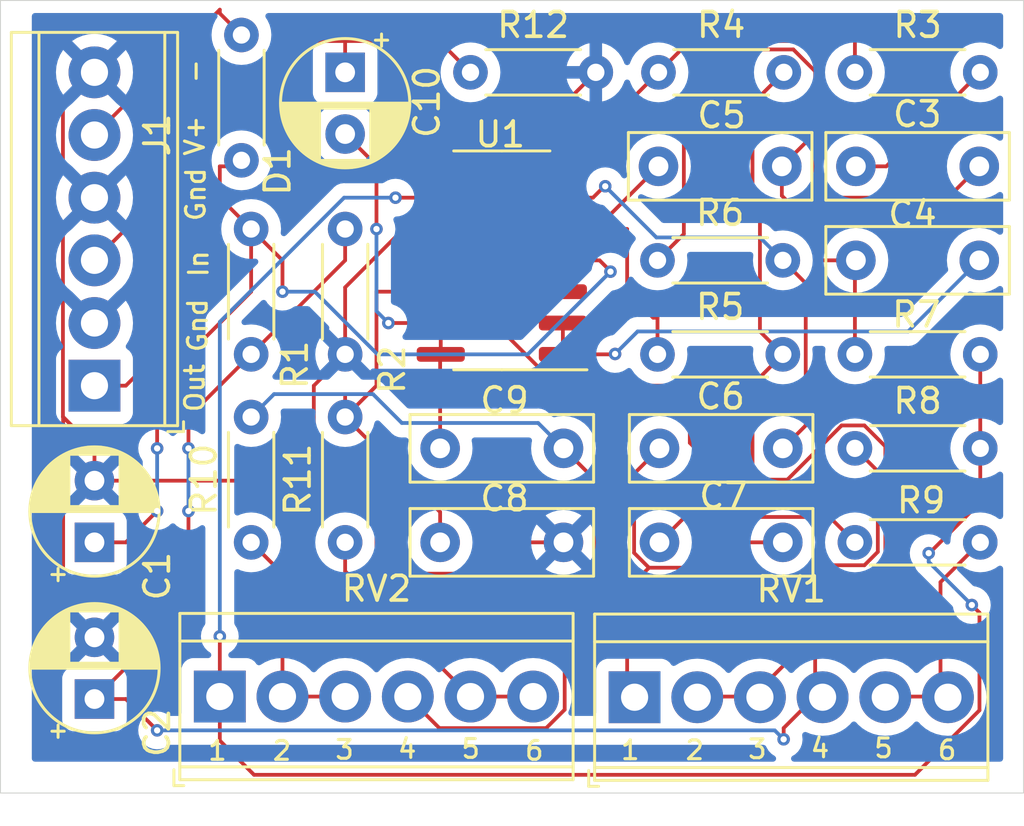
<source format=kicad_pcb>
(kicad_pcb (version 20211014) (generator pcbnew)

  (general
    (thickness 1.6)
  )

  (paper "USLetter")
  (title_block
    (rev "1")
  )

  (layers
    (0 "F.Cu" signal "Front")
    (31 "B.Cu" signal "Back")
    (34 "B.Paste" user)
    (35 "F.Paste" user)
    (36 "B.SilkS" user "B.Silkscreen")
    (37 "F.SilkS" user "F.Silkscreen")
    (38 "B.Mask" user)
    (39 "F.Mask" user)
    (44 "Edge.Cuts" user)
    (45 "Margin" user)
    (46 "B.CrtYd" user "B.Courtyard")
    (47 "F.CrtYd" user "F.Courtyard")
    (49 "F.Fab" user)
  )

  (setup
    (stackup
      (layer "F.SilkS" (type "Top Silk Screen"))
      (layer "F.Paste" (type "Top Solder Paste"))
      (layer "F.Mask" (type "Top Solder Mask") (thickness 0.01))
      (layer "F.Cu" (type "copper") (thickness 0.035))
      (layer "dielectric 1" (type "core") (thickness 1.51) (material "FR4") (epsilon_r 4.5) (loss_tangent 0.02))
      (layer "B.Cu" (type "copper") (thickness 0.035))
      (layer "B.Mask" (type "Bottom Solder Mask") (thickness 0.01))
      (layer "B.Paste" (type "Bottom Solder Paste"))
      (layer "B.SilkS" (type "Bottom Silk Screen"))
      (copper_finish "None")
      (dielectric_constraints no)
    )
    (pad_to_mask_clearance 0.0508)
    (aux_axis_origin 78.74 53.34)
    (pcbplotparams
      (layerselection 0x00010fc_ffffffff)
      (disableapertmacros false)
      (usegerberextensions false)
      (usegerberattributes false)
      (usegerberadvancedattributes false)
      (creategerberjobfile false)
      (svguseinch false)
      (svgprecision 6)
      (excludeedgelayer true)
      (plotframeref false)
      (viasonmask false)
      (mode 1)
      (useauxorigin false)
      (hpglpennumber 1)
      (hpglpenspeed 20)
      (hpglpendiameter 15.000000)
      (dxfpolygonmode true)
      (dxfimperialunits true)
      (dxfusepcbnewfont true)
      (psnegative false)
      (psa4output false)
      (plotreference true)
      (plotvalue false)
      (plotinvisibletext false)
      (sketchpadsonfab false)
      (subtractmaskfromsilk true)
      (outputformat 1)
      (mirror false)
      (drillshape 0)
      (scaleselection 1)
      (outputdirectory "./gerbers")
    )
  )

  (net 0 "")
  (net 1 "GND")
  (net 2 "/Vh")
  (net 3 "/In+")
  (net 4 "/Out+")
  (net 5 "VCC")
  (net 6 "Net-(C5-Pad1)")
  (net 7 "Net-(C6-Pad1)")
  (net 8 "Net-(C7-Pad1)")
  (net 9 "Net-(C8-Pad1)")
  (net 10 "Net-(C6-Pad2)")
  (net 11 "Net-(R9-Pad1)")
  (net 12 "Net-(R10-Pad1)")
  (net 13 "Net-(R11-Pad1)")
  (net 14 "+Vs")
  (net 15 "Net-(C3-Pad1)")
  (net 16 "Net-(C3-Pad2)")
  (net 17 "Net-(C4-Pad1)")
  (net 18 "Net-(C4-Pad2)")
  (net 19 "Net-(C10-Pad2)")
  (net 20 "Net-(C9-Pad2)")
  (net 21 "Net-(R7-Pad2)")
  (net 22 "Net-(R8-Pad1)")

  (footprint "TerminalBlock_TE-Connectivity:TerminalBlock_TE_282834-6_1x06_P2.54mm_Horizontal" (layer "F.Cu") (at 78.74 68.58 90))

  (footprint "Capacitor_THT:C_Rect_L7.2mm_W2.5mm_P5.00mm_FKS2_FKP2_MKS2_MKP2" (layer "F.Cu") (at 101.64 74.93))

  (footprint "Resistor_THT:R_Axial_DIN0204_L3.6mm_D1.6mm_P5.08mm_Horizontal" (layer "F.Cu") (at 109.561889 67.31))

  (footprint "Capacitor_THT:CP_Radial_D5.0mm_P2.50mm" (layer "F.Cu") (at 78.74 74.93 90))

  (footprint "Resistor_THT:R_Axial_DIN0204_L3.6mm_D1.6mm_P5.08mm_Horizontal" (layer "F.Cu") (at 85.09 74.93 90))

  (footprint "Resistor_THT:R_Axial_DIN0204_L3.6mm_D1.6mm_P5.08mm_Horizontal" (layer "F.Cu") (at 101.6 55.88))

  (footprint "Capacitor_THT:C_Rect_L7.2mm_W2.5mm_P5.00mm_FKS2_FKP2_MKS2_MKP2" (layer "F.Cu") (at 101.64 71.12))

  (footprint "Resistor_THT:R_Axial_DIN0204_L3.6mm_D1.6mm_P5.08mm_Horizontal" (layer "F.Cu") (at 114.641889 74.93 180))

  (footprint "TerminalBlock_TE-Connectivity:TerminalBlock_TE_282834-6_1x06_P2.54mm_Horizontal" (layer "F.Cu") (at 100.631502 81.207019))

  (footprint "Capacitor_THT:CP_Radial_D5.0mm_P2.50mm" (layer "F.Cu") (at 78.74 81.28 90))

  (footprint "Resistor_THT:R_Axial_DIN0204_L3.6mm_D1.6mm_P5.08mm_Horizontal" (layer "F.Cu") (at 101.56 63.5))

  (footprint "TerminalBlock_TE-Connectivity:TerminalBlock_TE_282834-6_1x06_P2.54mm_Horizontal" (layer "F.Cu") (at 83.82 81.18))

  (footprint "Resistor_THT:R_Axial_DIN0204_L3.6mm_D1.6mm_P5.08mm_Horizontal" (layer "F.Cu") (at 84.696829 59.446218 90))

  (footprint "Resistor_THT:R_Axial_DIN0204_L3.6mm_D1.6mm_P5.08mm_Horizontal" (layer "F.Cu") (at 101.56 67.31))

  (footprint "Capacitor_THT:C_Rect_L7.2mm_W2.5mm_P5.00mm_FKS2_FKP2_MKS2_MKP2" (layer "F.Cu") (at 92.75 74.93))

  (footprint "Resistor_THT:R_Axial_DIN0204_L3.6mm_D1.6mm_P5.08mm_Horizontal" (layer "F.Cu") (at 109.561889 55.88))

  (footprint "Resistor_THT:R_Axial_DIN0204_L3.6mm_D1.6mm_P5.08mm_Horizontal" (layer "F.Cu") (at 88.9 67.31 90))

  (footprint "Package_SO:SOIC-14_3.9x8.7mm_P1.27mm" (layer "F.Cu") (at 95.25 63.5 180))

  (footprint "Resistor_THT:R_Axial_DIN0204_L3.6mm_D1.6mm_P5.08mm_Horizontal" (layer "F.Cu") (at 93.98 55.88))

  (footprint "Capacitor_THT:CP_Radial_D5.0mm_P2.50mm" (layer "F.Cu") (at 88.9 55.88 -90))

  (footprint "Resistor_THT:R_Axial_DIN0204_L3.6mm_D1.6mm_P5.08mm_Horizontal" (layer "F.Cu") (at 88.9 74.93 90))

  (footprint "Resistor_THT:R_Axial_DIN0204_L3.6mm_D1.6mm_P5.08mm_Horizontal" (layer "F.Cu") (at 85.09 67.31 90))

  (footprint "Resistor_THT:R_Axial_DIN0204_L3.6mm_D1.6mm_P5.08mm_Horizontal" (layer "F.Cu") (at 109.561889 71.12))

  (footprint "Capacitor_THT:C_Rect_L7.2mm_W2.5mm_P5.00mm_FKS2_FKP2_MKS2_MKP2" (layer "F.Cu") (at 92.75 71.12))

  (footprint "Capacitor_THT:C_Rect_L7.2mm_W2.5mm_P5.00mm_FKS2_FKP2_MKS2_MKP2" (layer "F.Cu") (at 101.6 59.69))

  (footprint "Capacitor_THT:C_Rect_L7.2mm_W2.5mm_P5.00mm_FKS2_FKP2_MKS2_MKP2" (layer "F.Cu") (at 109.601889 63.5))

  (footprint "Capacitor_THT:C_Rect_L7.2mm_W2.5mm_P5.00mm_FKS2_FKP2_MKS2_MKP2" (layer "F.Cu") (at 109.601889 59.69))

  (gr_rect (start 116.397623 52.966698) (end 74.93 85.09) (layer "Edge.Cuts") (width 0.0381) (fill none) (tstamp 15089243-d0c2-45ac-a2bd-23132b026d71))
  (gr_text "2" (at 103.070491 83.3516) (layer "F.SilkS") (tstamp 03de5be8-01b3-447d-b67c-dc7634c452ee)
    (effects (font (size 0.762 0.762) (thickness 0.127)))
  )
  (gr_text "V+" (at 82.805135 58.446612 90) (layer "F.SilkS") (tstamp 0fdcdb2b-4b3e-452d-a9c0-1ac2ebfb6939)
    (effects (font (size 0.762 0.762) (thickness 0.127)))
  )
  (gr_text "2" (at 86.339064 83.375375) (layer "F.SilkS") (tstamp 1017cea2-9358-4046-9ffe-89b0fdb55221)
    (effects (font (size 0.762 0.762) (thickness 0.127)))
  )
  (gr_text "Out" (at 82.805135 68.673325 90) (layer "F.SilkS") (tstamp 132e8b9d-b2ac-44c3-b868-95d1eae9f3af)
    (effects (font (size 0.762 0.762) (thickness 0.127)))
  )
  (gr_text "-" (at 82.805135 55.831384 90) (layer "F.SilkS") (tstamp 277297f1-230a-44ca-9955-8cd5caad5340)
    (effects (font (size 0.762 0.762) (thickness 0.127)))
  )
  (gr_text "3" (at 105.607652 83.312566) (layer "F.SilkS") (tstamp 421a91c6-71c6-4d21-84fe-993410d29808)
    (effects (font (size 0.762 0.762) (thickness 0.127)))
  )
  (gr_text "4" (at 91.413387 83.297308) (layer "F.SilkS") (tstamp 44166302-7b48-488d-bb8c-22831cca8d90)
    (effects (font (size 0.762 0.762) (thickness 0.127)))
  )
  (gr_text "5" (at 110.721009 83.273533) (layer "F.SilkS") (tstamp 680304a1-12e3-4dfd-b50e-30b6a514d81f)
    (effects (font (size 0.762 0.762) (thickness 0.127)))
  )
  (gr_text "1" (at 83.723836 83.375375) (layer "F.SilkS") (tstamp a2a399d5-efa5-4e22-844e-a487daf56b2b)
    (effects (font (size 0.762 0.762) (thickness 0.127)))
  )
  (gr_text "4" (at 108.144814 83.273533) (layer "F.SilkS") (tstamp a2cf8c6b-cdce-487f-bcef-0afca484c47b)
    (effects (font (size 0.762 0.762) (thickness 0.127)))
  )
  (gr_text "In" (at 82.961268 63.638035 90) (layer "F.SilkS") (tstamp ac663da1-41f6-4292-997b-53e5b532e2cc)
    (effects (font (size 0.762 0.762) (thickness 0.127)))
  )
  (gr_text "6" (at 96.565776 83.375375) (layer "F.SilkS") (tstamp b560e05b-2421-4d22-91a9-59e6fa244ce8)
    (effects (font (size 0.762 0.762) (thickness 0.127)))
  )
  (gr_text "Gnd" (at 82.922235 66.136163 90) (layer "F.SilkS") (tstamp c1912f84-cd5d-4592-8878-38ddc377336f)
    (effects (font (size 0.762 0.762) (thickness 0.127)))
  )
  (gr_text "3" (at 88.876225 83.336341) (layer "F.SilkS") (tstamp c6f56088-3be2-4f06-a6f2-05284986261b)
    (effects (font (size 0.762 0.762) (thickness 0.127)))
  )
  (gr_text "6" (at 113.297203 83.3516) (layer "F.SilkS") (tstamp c95fdabe-943c-490a-abe9-40a12ebde29d)
    (effects (font (size 0.762 0.762) (thickness 0.127)))
  )
  (gr_text "1" (at 100.455263 83.3516) (layer "F.SilkS") (tstamp e253960d-328c-42b0-b840-f4c860f428b6)
    (effects (font (size 0.762 0.762) (thickness 0.127)))
  )
  (gr_text "Gnd" (at 82.844168 60.827641 90) (layer "F.SilkS") (tstamp e43fe4bf-aece-4cdd-b2d7-fccf30cf40c6)
    (effects (font (size 0.762 0.762) (thickness 0.127)))
  )
  (gr_text "5" (at 93.989582 83.297308) (layer "F.SilkS") (tstamp fe03f6cc-f4d8-49df-86dc-d6b398f20f4e)
    (effects (font (size 0.762 0.762) (thickness 0.127)))
  )

  (segment (start 95.25 74.93) (end 93.98 76.2) (width 0.1524) (layer "F.Cu") (net 1) (tstamp 0c2e91de-b5d0-4e4e-ba53-a5454519217d))
  (segment (start 77.461889 57.158111) (end 78.74 55.88) (width 0.1524) (layer "F.Cu") (net 1) (tstamp 0ebe854c-7bb2-4d53-987e-4c027d505785))
  (segment (start 78.74 71.12) (end 78.74 72.43) (width 0.1524) (layer "F.Cu") (net 1) (tstamp 0f844ede-517a-4730-abda-738f88bb536f))
  (segment (start 90.17 76.2) (end 90.17 73.66) (width 0.1524) (layer "F.Cu") (net 1) (tstamp 120aac91-d210-4454-b21e-d6db41b58470))
  (segment (start 77.461889 64.761889) (end 78.74 66.04) (width 0.1524) (layer "F.Cu") (net 1) (tstamp 167ac4c4-2361-4ec1-9b5e-42fdf85d75f3))
  (segment (start 97.75 74.93) (end 95.25 74.93) (width 0.1524) (layer "F.Cu") (net 1) (tstamp 1a7c5ded-3f45-459e-afb9-03b4a433de0b))
  (segment (start 77.47 77.51) (end 77.47 74.93) (width 0.1524) (layer "F.Cu") (net 1) (tstamp 1f16be86-89c5-4efd-b44f-83735fcb9af4))
  (segment (start 97.79 57.15) (end 99.06 55.88) (width 0.1524) (layer "F.Cu") (net 1) (tstamp 2cd4b619-52a9-4941-abca-3736e0af7103))
  (segment (start 90.17 73.66) (end 87.63 71.12) (width 0.1524) (layer "F.Cu") (net 1) (tstamp 310ef5db-18d5-4341-a9e0-8838ef864572))
  (segment (start 77.47 69.85) (end 78.74 71.12) (width 0.1524) (layer "F.Cu") (net 1) (tstamp 33918b5e-daf3-407e-9104-061b335c7920))
  (segment (start 92.535258 63.5) (end 91.57188 62.536622) (width 0.1524) (layer "F.Cu") (net 1) (tstamp 3ec51e57-3ef0-4632-b8e2-e7775f960613))
  (segment (start 93.98 76.2) (end 90.17 76.2) (width 0.1524) (layer "F.Cu") (net 1) (tstamp 73460971-770b-4d1e-a08f-5f46def1d5a3))
  (segment (start 78.74 60.96) (end 77.461889 59.681889) (width 0.1524) (layer "F.Cu") (net 1) (tstamp 7f3c5d76-3c37-476a-9d38-737fff689eb3))
  (segment (start 92.007138 61.48812) (end 93.756622 61.48812) (width 0.1524) (layer "F.Cu") (net 1) (tstamp 81a5ca8d-415e-490a-a380-a69c9d265252))
  (segment (start 87.63 71.12) (end 87.63 68.58) (width 0.1524) (layer "F.Cu") (net 1) (tstamp 89a76ee8-56f5-4371-904e-c44effdf2cc2))
  (segment (start 88.9 64.595258) (end 92.007138 61.48812) (width 0.1524) (layer "F.Cu") (net 1) (tstamp 8ae15104-6f37-4ceb-81b4-f4433c29b203))
  (segment (start 78.74 71.12) (end 77.461889 69.841889) (width 0.1524) (layer "F.Cu") (net 1) (tstamp 8b555e16-a727-45e1-8549-c1156da9e977))
  (segment (start 86.32 72.43) (end 78.74 72.43) (width 0.1524) (layer "F.Cu") (net 1) (tstamp 8bd2eeb7-9bd8-4189-9844-147cc0044587))
  (segment (start 77.461889 69.841889) (end 77.461889 64.761889) (width 0.1524) (layer "F.Cu") (net 1) (tstamp 8dafb805-049f-4dd9-b2ce-87aa3b731b23))
  (segment (start 87.63 68.58) (end 88.9 67.31) (width 0.1524) (layer "F.Cu") (net 1) (tstamp 962389a9-9e24-46b3-bb3d-56a2091bd6cc))
  (segment (start 77.47 74.93) (end 77.47 69.85) (width 0.1524) (layer "F.Cu") (net 1) (tstamp 9ac58fa2-ed3a-4d56-ae67-c0c28f996111))
  (segment (start 92.775 63.5) (end 92.535258 63.5) (width 0.1524) (layer "F.Cu") (net 1) (tstamp 9b218e81-c1aa-431e-82bb-484bdd0b9117))
  (segment (start 78.74 60.96) (end 77.461889 62.238111) (width 0.1524) (layer "F.Cu") (net 1) (tstamp a969de45-f851-4756-a8e5-81fb8e2a4375))
  (segment (start 97.79 57.454742) (end 97.79 57.15) (width 0.1524) (layer "F.Cu") (net 1) (tstamp a96c6908-2f45-455f-8288-9462376e51c5))
  (segment (start 93.756622 61.48812) (end 97.79 57.454742) (width 0.1524) (layer "F.Cu") (net 1) (tstamp ac9dd893-a778-422f-914c-f71d972ec6e3))
  (segment (start 87.63 71.12) (end 86.32 72.43) (width 0.1524) (layer "F.Cu") (net 1) (tstamp acf1f94d-dda8-4f30-90a7-f2405db400d7))
  (segment (start 77.461889 59.681889) (end 77.461889 57.158111) (width 0.1524) (layer "F.Cu") (net 1) (tstamp d0b05475-78cb-4695-a1f0-39cb5d527633))
  (segment (start 78.74 78.78) (end 77.47 77.51) (width 0.1524) (layer "F.Cu") (net 1) (tstamp d7e86f86-2137-4f98-9e10-a73173398773))
  (segment (start 88.9 67.31) (end 88.9 64.595258) (width 0.1524) (layer "F.Cu") (net 1) (tstamp d85dd272-d1bf-4d9f-ab9b-9976453460ef))
  (segment (start 91.57188 61.923378) (end 92.007138 61.48812) (width 0.1524) (layer "F.Cu") (net 1) (tstamp e46113a0-6e2f-4a10-9a87-ea0dc653ac8c))
  (segment (start 91.57188 62.536622) (end 91.57188 61.923378) (width 0.1524) (layer "F.Cu") (net 1) (tstamp f87ccbed-cc21-4c40-b107-5ddabf5d0223))
  (segment (start 77.461889 62.238111) (end 77.461889 64.761889) (width 0.1524) (layer "F.Cu") (net 1) (tstamp fdaff75d-ca14-4301-860d-f029ed57767a))
  (segment (start 110.79432 76.617569) (end 110.79432 76.50432) (width 0.1524) (layer "F.Cu") (net 2) (tstamp 01eb4c10-45e2-4e36-bc20-de438544cebe))
  (segment (start 105.41 68.54) (end 106.64 67.31) (width 0.1524) (layer "F.Cu") (net 2) (tstamp 0b84576b-17f4-4dd8-b63e-4b0c6ab19f70))
  (segment (start 110.79432 71.039883) (end 109.946326 70.191889) (width 0.1524) (layer "F.Cu") (net 2) (tstamp 14457db1-03b7-493e-a2fa-85abb8e7c866))
  (segment (start 78.74 81.28) (end 80.01 81.28) (width 0.1524) (layer "F.Cu") (net 2) (tstamp 3010f940-2f68-4128-bbef-3dccba353abd))
  (segment (start 106.674323 82.914416) (end 106.672289 82.912382) (width 0.1524) (layer "F.Cu") (net 2) (tstamp 33cb573f-6fab-4242-b353-bdb03e807471))
  (segment (start 88.9 63.5) (end 88.9 62.23) (width 0.1524) (layer "F.Cu") (net 2) (tstamp 42b40eec-4fe7-4310-ac09-d93ef1165a4e))
  (segment (start 107.95 79.34864) (end 110.79432 76.50432) (width 0.1524) (layer "F.Cu") (net 2) (tstamp 583bc48a-5d54-4f69-9d01-f0dd6692856b))
  (segment (start 105.41 61.626222) (end 105.41 57.15) (width 0.1524) (layer "F.Cu") (net 2) (tstamp 6dfecb66-b71e-4d5e-8107-a0beec15e331))
  (segment (start 80.01 81.28) (end 81.28 82.55) (width 0.1524) (layer "F.Cu") (net 2) (tstamp 70f5d4bc-ce70-4272-a804-e5ffae8408b7))
  (segment (start 78.74 81.28) (end 82.55 77.47) (width 0.1524) (layer "F.Cu") (net 2) (tstamp 7782c5f1-f627-4631-96c5-0e0c582d175d))
  (segment (start 105.711889 61.928111) (end 105.41 61.626222) (width 0.1524) (layer "F.Cu") (net 2) (tstamp 78bcd661-dfaa-4ab9-9411-1c0d14dda2fa))
  (segment (start 110.79432 76.50432) (end 110.79432 71.039883) (width 0.1524) (layer "F.Cu") (net 2) (tstamp 7e770f6d-6bba-469d-9979-79ae643f32e8))
  (segment (start 107.95 81.18) (end 107.95 79.34864) (width 0.1524) (layer "F.Cu") (net 2) (tstamp 8c0545e8-c9a9-4ca3-ae35-ae757b349c05))
  (segment (start 82.55 69.85) (end 82.55 71.12) (width 0.1524) (layer "F.Cu") (net 2) (tstamp a6a49115-ca73-49ad-9fda-373eb81b60dd))
  (segment (start 106.82397 72.39) (end 105.41 72.39) (width 0.1524) (layer "F.Cu") (net 2) (tstamp ab5ad7da-3616-40ef-8bad-fc20a62ead02))
  (segment (start 109.022081 70.191889) (end 106.82397 72.39) (width 0.1524) (layer "F.Cu") (net 2) (tstamp acd3430e-eaf0-4b78-98b3-c3fb751b0945))
  (segment (start 85.09 67.31) (end 82.55 69.85) (width 0.1524) (layer "F.Cu") (net 2) (tstamp aeece1fd-a001-498a-85fc-7a3657bed25f))
  (segment (start 105.41 57.15) (end 106.68 55.88) (width 0.1524) (layer "F.Cu") (net 2) (tstamp baf28ae7-9a3b-4a2c-8c08-aae809360f80))
  (segment (start 106.64 67.31) (end 105.711889 66.381889) (width 0.1524) (layer "F.Cu") (net 2) (tstamp c8514eb7-7a07-4ffc-a40d-fb220fba7279))
  (segment (start 107.95 81.18) (end 106.674323 82.455677) (width 0.1524) (layer "F.Cu") (net 2) (tstamp caa8ae36-f988-4584-896b-35642fb4fcfd))
  (segment (start 109.946326 70.191889) (end 109.022081 70.191889) (width 0.1524) (layer "F.Cu") (net 2) (tstamp caf239b3-821d-473d-afff-83c14e9c5bee))
  (segment (start 85.09 67.31) (end 88.9 63.5) (width 0.1524) (layer "F.Cu") (net 2) (tstamp cbc9ae2e-d198-407e-b6ad-68ffad950f13))
  (segment (start 82.55 77.47) (end 82.55 73.66) (width 0.1524) (layer "F.Cu") (net 2) (tstamp d84c0e8d-c9ff-4b62-b760-695d27822ec0))
  (segment (start 106.674323 82.455677) (end 106.674323 82.914416) (width 0.1524) (layer "F.Cu") (net 2) (tstamp db7f66fa-4eeb-4477-9368-10ee1e745e49))
  (segment (start 105.41 72.39) (end 105.41 68.54) (width 0.1524) (layer "F.Cu") (net 2) (tstamp edb5c4f2-3e18-4633-ac90-24dd1f7ed4a1))
  (segment (start 105.711889 66.381889) (end 105.711889 61.928111) (width 0.1524) (layer "F.Cu") (net 2) (tstamp fbf2a0a2-b581-4b94-9e4c-e8d3966511ef))
  (via (at 82.55 71.12) (size 0.508) (drill 0.254) (layers "F.Cu" "B.Cu") (net 2) (tstamp 4505a4f9-d4bb-4fcf-9b66-c7abb64fd026))
  (via (at 81.28 82.55) (size 0.508) (drill 0.254) (layers "F.Cu" "B.Cu") (net 2) (tstamp 46a7f346-8cfc-4af4-85cb-5a4388f3a43d))
  (via (at 106.672289 82.912382) (size 0.508) (drill 0.254) (layers "F.Cu" "B.Cu") (net 2) (tstamp ae49903a-9d6d-4bcf-8377-a0e3a858f417))
  (via (at 82.55 73.66) (size 0.508) (drill 0.254) (layers "F.Cu" "B.Cu") (net 2) (tstamp eb0dfaf0-0f36-4dbc-be9a-a5c185b7f0f7))
  (segment (start 81.28 82.55) (end 106.309907 82.55) (width 0.1524) (layer "B.Cu") (net 2) (tstamp 36a3c7da-d187-4b59-978b-bb53f2f2f803))
  (segment (start 106.309907 82.55) (end 106.672289 82.912382) (width 0.1524) (layer "B.Cu") (net 2) (tstamp 40c0e27b-b8f4-475e-b908-d4afbb2cf156))
  (segment (start 82.55 71.12) (end 82.55 73.66) (width 0.1524) (layer "B.Cu") (net 2) (tstamp e5a79f49-8b36-41d6-9c4f-ff90836ee32e))
  (segment (start 109.561889 55.88) (end 109.561889 54.521516) (width 0.1524) (layer "F.Cu") (net 3) (tstamp 0b3dd543-1a1c-482d-a605-54cb352cefd3))
  (segment (start 81.28 60.96) (end 78.74 63.5) (width 0.1524) (layer "F.Cu") (net 3) (tstamp 11a3a768-3f5d-4ec9-96f8-7c32d7360c38))
  (segment (start 108.735493 53.69512) (end 87.45244 53.69512) (width 0.1524) (layer "F.Cu") (net 3) (tstamp 22b7494b-5fa3-40de-914a-37679db1a156))
  (segment (start 87.45244 53.69512) (end 81.28 59.86756) (width 0.1524) (layer "F.Cu") (net 3) (tstamp 400c6fe3-5ee5-4cad-9975-f8934b596f4a))
  (segment (start 81.28 59.86756) (end 81.28 60.96) (width 0.1524) (layer "F.Cu") (net 3) (tstamp 6cfb65b2-de70-4e09-b244-80492c741112))
  (segment (start 109.561889 54.521516) (end 108.735493 53.69512) (width 0.1524) (layer "F.Cu") (net 3) (tstamp e635d7bf-57a6-4d53-ab4d-c2d7201f60b8))
  (segment (start 87.63 54.61) (end 82.55 59.69) (width 0.1524) (layer "F.Cu") (net 4) (tstamp 019bd154-3ae6-4cd7-bd4b-b03ad61c0930))
  (segment (start 82.55 59.69) (end 82.55 66.04) (width 0.1524) (layer "F.Cu") (net 4) (tstamp 0c23b2b6-70b3-4035-b39a-0c1581496cee))
  (segment (start 93.98 55.88) (end 92.71 54.61) (width 0.1524) (layer "F.Cu") (net 4) (tstamp 1730590d-e143-49ba-9447-1056aa3d667b))
  (segment (start 88.9 54.61) (end 87.63 54.61) (width 0.1524) (layer "F.Cu") (net 4) (tstamp 24ba124b-19da-4c14-b2bf-37d833f927ee))
  (segment (start 88.9 55.88) (end 88.9 54.61) (width 0.1524) (layer "F.Cu") (net 4) (tstamp 3161b270-a42f-4777-b544-13d6fc53e249))
  (segment (start 80.01 68.58) (end 78.74 68.58) (width 0.1524) (layer "F.Cu") (net 4) (tstamp 58131591-8c39-43b1-95be-05ee40e23b30))
  (segment (start 92.71 54.61) (end 88.9 54.61) (width 0.1524) (layer "F.Cu") (net 4) (tstamp 586438e5-d71c-4576-a369-928777338622))
  (segment (start 82.55 66.04) (end 80.01 68.58) (width 0.1524) (layer "F.Cu") (net 4) (tstamp 9a7f7a70-af70-4830-85de-1c17dacd1a73))
  (segment (start 83.82 53.34) (end 83.82 53.489389) (width 0.1524) (layer "F.Cu") (net 5) (tstamp 744c2c32-93fc-4e38-9c0f-75f53a5f2fab))
  (segment (start 83.82 53.489389) (end 84.696829 54.366218) (width 0.1524) (layer "F.Cu") (net 5) (tstamp e54527ff-370b-4282-9ce2-b35c2693555c))
  (segment (start 78.74 58.42) (end 83.82 53.34) (width 0.1524) (layer "F.Cu") (net 5) (tstamp f064b68d-f9b6-40a5-b3c4-aff31f5f0dc1))
  (segment (start 100.33 64.77) (end 100.33 62.23) (width 0.1524) (layer "F.Cu") (net 6) (tstamp 0a0aa472-0482-4813-b914-d1916934cd9a))
  (segment (start 97.725 62.23) (end 99.06 62.23) (width 0.1524) (layer "F.Cu") (net 6) (tstamp 0c7b9a8f-63ab-431f-8747-1bc82fd3b525))
  (segment (start 99.06 62.23) (end 101.6 59.69) (width 0.1524) (layer "F.Cu") (net 6) (tstamp 241a0c2b-0d27-45f0-ab8b-713512eb04bb))
  (segment (start 100.33 62.23) (end 97.725 62.23) (width 0.1524) (layer "F.Cu") (net 6) (tstamp 41f4dd68-d896-428e-b82c-7093f305791e))
  (segment (start 101.56 65.825258) (end 101.385258 65.825258) (width 0.1524) (layer "F.Cu") (net 6) (tstamp 95ca39c5-ffa8-4bb5-bfbb-80f785cb6d16))
  (segment (start 101.385258 65.825258) (end 100.33 64.77) (width 0.1524) (layer "F.Cu") (net 6) (tstamp d60b908b-4d17-428c-9c77-85301a9ff734))
  (segment (start 101.56 67.31) (end 101.56 65.825258) (width 0.1524) (layer "F.Cu") (net 6) (tstamp e3f22df7-7c82-4dca-a6e9-2ba4ab3e3636))
  (segment (start 104.16 74.95) (end 103.151889 75.958111) (width 0.1524) (layer "F.Cu") (net 7) (tstamp 1d016955-2fcc-4372-9f9e-72932ec5c4db))
  (segment (start 106.64 74.93) (end 104.18 74.93) (width 0.1524) (layer "F.Cu") (net 7) (tstamp 1f346adf-e5fd-46a2-816c-4df750c44157))
  (segment (start 103.151889 75.958111) (end 101.214141 75.958111) (width 0.1524) (layer "F.Cu") (net 7) (tstamp 539a1c87-9908-47d1-a1a3-4a25fb02f085))
  (segment (start 100.611889 72.148111) (end 101.64 71.12) (width 0.1524) (layer "F.Cu") (net 7) (tstamp 6a390c70-a251-4372-8d7c-08fc0ff3ce1b))
  (segment (start 101.214141 75.958111) (end 100.611889 75.355859) (width 0.1524) (layer "F.Cu") (net 7) (tstamp 751c5338-bd3a-4d84-93b1-dce57ca957fa))
  (segment (start 100.611889 75.355859) (end 100.611889 72.148111) (width 0.1524) (layer "F.Cu") (net 7) (tstamp c18cc6b2-8e4d-410b-8081-52548727902f))
  (segment (start 100.33 81.18) (end 100.33 76.842252) (width 0.1524) (layer "F.Cu") (net 7) (tstamp c6d1a8d7-16fe-4e11-afcb-3a19525f6e3c))
  (segment (start 100.33 76.842252) (end 101.214141 75.958111) (width 0.1524) (layer "F.Cu") (net 7) (tstamp df9f4249-3d6b-44e3-bdb7-ffdeb79abe71))
  (segment (start 104.18 74.93) (end 104.16 74.95) (width 0.1524) (layer "F.Cu") (net 7) (tstamp f0b2c7a8-eff8-4605-ad71-98510f7d218d))
  (segment (start 103.111889 73.901889) (end 102.668111 73.901889) (width 0.1524) (layer "F.Cu") (net 8) (tstamp 0d6dab4e-e5eb-407b-9869-b6fca1734e47))
  (segment (start 103.111889 73.418111) (end 103.595667 73.901889) (width 0.1524) (layer "F.Cu") (net 8) (tstamp 30d20005-b743-4b20-a186-3024ffb70e62))
  (segment (start 102.87 70.89603) (end 102.87 68.58) (width 0.1524) (layer "F.Cu") (net 8) (tstamp 3897cb0e-f3f4-4f66-b9d8-ca3e24a77c37))
  (segment (start 102.668111 73.901889) (end 101.64 74.93) (width 0.1524) (layer "F.Cu") (net 8) (tstamp 3d6357b9-05b8-4a24-9b1d-94812090ebf0))
  (segment (start 102.87 68.58) (end 97.485258 68.58) (width 0.1524) (layer "F.Cu") (net 8) (tstamp 40045050-d44b-40af-93ef-0083a191e06b))
  (segment (start 97.485258 68.58) (end 93.97812 65.072862) (width 0.1524) (layer "F.Cu") (net 8) (tstamp 4b2e4b44-4802-4e66-bfbd-c0306ead0230))
  (segment (start 103.111889 73.901889) (end 103.111889 73.418111) (width 0.1524) (layer "F.Cu") (net 8) (tstamp 5d216e7a-9b55-4352-8756-6b2985d6ff10))
  (segment (start 103.111889 73.418111) (end 103.111889 71.137919) (width 0.1524) (layer "F.Cu") (net 8) (tstamp 6529df9f-e00b-451a-9603-caac527d251d))
  (segment (start 103.111889 71.137919) (end 102.87 70.89603) (width 0.1524) (layer "F.Cu") (net 8) (tstamp 90680382-5e9f-4a06-8149-70f3ef8cab2a))
  (segment (start 93.97812 65.072862) (end 93.97812 63.193378) (width 0.1524) (layer "F.Cu") (net 8) (tstamp ac5a9b30-d639-4913-8cbc-6baf7d3e5a3b))
  (segment (start 103.595667 73.901889) (end 108.533778 73.901889) (width 0.1524) (layer "F.Cu") (net 8) (tstamp c1c1606d-a924-422c-9677-6021844d6316))
  (segment (start 93.014742 62.23) (end 92.775 62.23) (width 0.1524) (layer "F.Cu") (net 8) (tstamp e898e141-0ac3-4f99-949a-d970c881a99f))
  (segment (start 93.97812 63.193378) (end 93.014742 62.23) (width 0.1524) (layer "F.Cu") (net 8) (tstamp e96557f2-c1a9-4fec-b509-4ed1952a1f96))
  (segment (start 109.561889 74.93) (end 108.533778 73.901889) (width 0.1524) (layer "F.Cu") (net 8) (tstamp f1400b5a-2718-4c4f-a64c-92d7497e2168))
  (segment (start 88.9 69.85) (end 88.9 69.018502) (width 0.1524) (layer "F.Cu") (net 9) (tstamp 0475a566-eaf8-47a8-93e7-14459aaa9c06))
  (segment (start 90.17 64.77) (end 92.775 64.77) (width 0.1524) (layer "F.Cu") (net 9) (tstamp 1ab74203-407a-4b27-bf90-bdb48d6be601))
  (segment (start 88.9 69.85) (end 90.17 68.58) (width 0.1524) (layer "F.Cu") (net 9) (tstamp 7a6fbe02-7d2a-43f3-b885-cd42b0b43a8a))
  (segment (start 90.17 68.58) (end 90.17 64.77) (width 0.1524) (layer "F.Cu") (net 9) (tstamp 995470a9-16b7-46e1-ba32-e63660744d4b))
  (segment (start 88.9 69.85) (end 92.75 73.7) (width 0.1524) (layer "F.Cu") (net 9) (tstamp d5386fc6-b1ee-4915-b0cc-99b1c157217f))
  (segment (start 92.75 73.7) (end 92.75 74.93) (width 0.1524) (layer "F.Cu") (net 9) (tstamp e0eb3c61-0890-4902-85f6-b6f6677009f1))
  (segment (start 107.568111 64.428111) (end 106.64 63.5) (width 0.1524) (layer "F.Cu") (net 10) (tstamp 348cfe5b-c32a-4a03-877d-c1c326ca2fc2))
  (segment (start 98.944345 60.96) (end 99.441658 60.462687) (width 0.1524) (layer "F.Cu") (net 10) (tstamp 4070c50e-9b46-4e34-90db-26432353da10))
  (segment (start 97.725 60.96) (end 98.944345 60.96) (width 0.1524) (layer "F.Cu") (net 10) (tstamp 42d8d7d2-56b9-46f5-94a8-7bcb5e2457cb))
  (segment (start 106.64 71.12) (end 107.568111 70.191889) (width 0.1524) (layer "F.Cu") (net 10) (tstamp 5c138ade-eb19-4169-aa4d-4fecf1a6350b))
  (segment (start 99.441658 60.462687) (end 99.441658 60.497383) (width 0.1524) (layer "F.Cu") (net 10) (tstamp 786c1d7f-5d17-4f59-8602-e415fbce0330))
  (segment (start 97.725 60.96) (end 97.725 59.69) (width 0.1524) (layer "F.Cu") (net 10) (tstamp 7ce1c33b-aff8-4c24-87bf-2ad6fa2b0f8e))
  (segment (start 107.568111 70.191889) (end 107.568111 64.428111) (width 0.1524) (layer "F.Cu") (net 10) (tstamp 87dc0ca8-0e50-4bc3-82b2-552a1f0d7132))
  (via (at 99.441658 60.497383) (size 0.508) (drill 0.254) (layers "F.Cu" "B.Cu") (net 10) (tstamp aa176e48-25a9-4ba3-a64e-7a024b7a1e4c))
  (segment (start 105.711889 62.571889) (end 101.516164 62.571889) (width 0.1524) (layer "B.Cu") (net 10) (tstamp 3c7be2b9-a579-4212-a892-a734db977208))
  (segment (start 101.516164 62.571889) (end 99.441658 60.497383) (width 0.1524) (layer "B.Cu") (net 10) (tstamp bc6f7804-50e6-46b6-9d77-b05c927dbe17))
  (segment (start 106.64 63.5) (end 105.711889 62.571889) (width 0.1524) (layer "B.Cu") (net 10) (tstamp ce61c417-b454-406f-a91d-3f51b1915dd2))
  (segment (start 114.641889 74.93) (end 113.03 76.541889) (width 0.1524) (layer "F.Cu") (net 11) (tstamp 06d6c17f-e7c0-4ccd-bf44-72a16a5a6933))
  (segment (start 110.49 81.18) (end 113.03 81.18) (width 0.1524) (layer "F.Cu") (net 11) (tstamp 7334cc87-f6fa-41e8-84c4-0b159f82623a))
  (segment (start 113.03 76.541889) (end 113.03 81.18) (width 0.1524) (layer "F.Cu") (net 11) (tstamp a98444ba-31b0-40ac-af92-d96cb9ca5b7b))
  (segment (start 86.36 81.18) (end 86.36 76.2) (width 0.1524) (layer "F.Cu") (net 12) (tstamp 4a5e6db7-7f47-4442-b293-71eaa4e5e3c2))
  (segment (start 86.36 76.2) (end 85.09 74.93) (width 0.1524) (layer "F.Cu") (net 12) (tstamp 8c3ace75-4801-4e56-bdd3-1e6f395ef829))
  (segment (start 88.9 81.18) (end 86.36 81.18) (width 0.1524) (layer "F.Cu") (net 12) (tstamp a9261440-b5b9-454d-b880-a59dc00e4675))
  (segment (start 93.98 81.18) (end 88.9 76.1) (width 0.1524) (layer "F.Cu") (net 13) (tstamp 02cb1889-067c-4551-aae8-e8f7ca39afa3))
  (segment (start 96.52 81.18) (end 93.98 81.18) (width 0.1524) (layer "F.Cu") (net 13) (tstamp 230ae363-b7d5-4c5e-a4c9-f05313be12ec))
  (segment (start 88.9 76.1) (end 88.9 74.93) (width 0.1524) (layer "F.Cu") (net 13) (tstamp 78d9722f-2e51-4f25-8ec9-84cadd0f079a))
  (segment (start 81.28 68.58) (end 81.28 71.12) (width 0.1524) (layer "F.Cu") (net 14) (tstamp 0f860f82-f3fb-47c7-93c7-b29aa00df17a))
  (segment (start 78.74 74.93) (end 80.01 74.93) (width 0.1524) (layer "F.Cu") (net 14) (tstamp 1752beef-6faa-4ef5-a9d8-bc52e510d367))
  (segment (start 99.618727 63.92353) (end 99.653423 63.958226) (width 0.1524) (layer "F.Cu") (net 14) (tstamp 2c965422-9899-48c9-8eb0-08045ab087b9))
  (segment (start 99.212545 63.5) (end 99.618727 63.906182) (width 0.1524) (layer "F.Cu") (net 14) (tstamp 340a47a3-e9b2-40fe-9902-d5855fe9b78d))
  (segment (start 85.09 64.77) (end 81.28 68.58) (width 0.1524) (layer "F.Cu") (net 14) (tstamp 3ea2e60f-5a24-4fba-aae7-c3c4afd80a12))
  (segment (start 85.09 62.23) (end 85.09 64.77) (width 0.1524) (layer "F.Cu") (net 14) (tstamp 4346d0fd-2a04-4910-a3fb-da08b66507f6))
  (segment (start 83.82 60.96) (end 85.09 62.23) (width 0.1524) (layer "F.Cu") (net 14) (tstamp 464c5ad4-303c-4bb0-9000-3977f1e6bb5b))
  (segment (start 86.36 63.5) (end 86.36 64.77) (width 0.1524) (layer "F.Cu") (net 14) (tstamp 5bf280ad-63c5-49e3-98a7-d9dde3357e9b))
  (segment (start 83.82 59.69) (end 84.453047 59.69) (width 0.1524) (layer "F.Cu") (net 14) (tstamp 87560533-3b17-4e99-9b5e-60ab8fcf5ca9))
  (segment (start 85.09 62.23) (end 86.36 63.5) (width 0.1524) (layer "F.Cu") (net 14) (tstamp b51cb5ab-cbf7-45db-8bc5-892e50a25caf))
  (segment (start 84.453047 59.69) (end 84.696829 59.446218) (width 0.1524) (layer "F.Cu") (net 14) (tstamp c5500afb-fa7d-4db1-801e-6f7097cde283))
  (segment (start 80.01 74.93) (end 81.28 73.66) (width 0.1524) (layer "F.Cu") (net 14) (tstamp cdd6e690-35e0-43f9-a2b3-21c49596d1a2))
  (segment (start 99.618727 63.906182) (end 99.618727 63.92353) (width 0.1524) (layer "F.Cu") (net 14) (tstamp e338f51e-3479-4cfc-aa77-23c540aa9be3))
  (segment (start 83.82 59.69) (end 83.82 60.96) (width 0.1524) (layer "F.Cu") (net 14) (tstamp f2c639ea-6751-4b37-8a25-8b679b0b7070))
  (segment (start 97.725 63.5) (end 99.212545 63.5) (width 0.1524) (layer "F.Cu") (net 14) (tstamp fa4b1e68-f510-48a7-9824-8a18dee32845))
  (via (at 86.36 64.77) (size 0.508) (drill 0.254) (layers "F.Cu" "B.Cu") (net 14) (tstamp 20b317fd-73ff-41e4-9ef9-8d56cac786d5))
  (via (at 99.653423 63.958226) (size 0.508) (drill 0.254) (layers "F.Cu" "B.Cu") (net 14) (tstamp 31c02765-c396-4509-98b7-ad43df1a5cdc))
  (via (at 81.28 73.66) (size 0.508) (drill 0.254) (layers "F.Cu" "B.Cu") (net 14) (tstamp cab3e435-4b71-463e-acbe-e313944e3b89))
  (via (at 81.28 71.12) (size 0.508) (drill 0.254) (layers "F.Cu" "B.Cu") (net 14) (tstamp df88b23a-c007-4d64-8754-6c15849dac10))
  (segment (start 86.36 64.77) (end 87.672548 64.77) (width 0.1524) (layer "B.Cu") (net 14) (tstamp 2a1e3a29-a0bb-4232-be28-0c94cd0b3e9b))
  (segment (start 90.212548 67.31) (end 96.301649 67.31) (width 0.1524) (layer "B.Cu") (net 14) (tstamp 9dfbe600-de31-4f08-b4a0-a6417ceed6cd))
  (segment (start 87.672548 64.77) (end 90.212548 67.31) (width 0.1524) (layer "B.Cu") (net 14) (tstamp d4d7d442-f3d4-42ee-9ebb-3ca98080d71b))
  (segment (start 96.301649 67.31) (end 99.653423 63.958226) (width 0.1524) (layer "B.Cu") (net 14) (tstamp e899f4d6-b567-4791-962e-121402b00f51))
  (segment (start 81.28 71.12) (end 81.28 73.66) (width 0.1524) (layer "B.Cu") (net 14) (tstamp ecb13e49-fdd3-4e2a-af41-d7fcd4fc6573))
  (segment (start 110.831889 59.69) (end 114.641889 55.88) (width 0.1524) (layer "F.Cu") (net 15) (tstamp 4c2b2d12-7212-4c9d-a2e6-463062aa3766))
  (segment (start 109.601889 59.69) (end 110.831889 59.69) (width 0.1524) (layer "F.Cu") (net 15) (tstamp b4696288-1e95-4c12-a727-53e1bfb9198a))
  (segment (start 108.25432 58.466053) (end 107.95 58.770373) (width 0.1524) (layer "F.Cu") (net 16) (tstamp 0d75b1e7-bbff-4687-b905-e923cf1f9260))
  (segment (start 108.25432 54.91432) (end 107.95 54.61) (width 0.1524) (layer "F.Cu") (net 16) (tstamp 1a064651-97f9-4ff9-ad3d-9833975cda70))
  (segment (start 96.52188 63.806622) (end 96.52188 59.383378) (width 0.1524) (layer "F.Cu") (net 16) (tstamp 3edde583-8c85-4525-9580-93ba3cfba462))
  (segment (start 113.331889 60.96) (end 114.601889 59.69) (width 0.1524) (layer "F.Cu") (net 16) (tstamp 4149c979-1168-4afb-bab2-17f57fb09650))
  (segment (start 97.725 64.77) (end 97.485258 64.77) (width 0.1524) (layer "F.Cu") (net 16) (tstamp 67c971c3-62aa-4952-86ce-86d0883a8599))
  (segment (start 101.6 55.88) (end 102.87 54.61) (width 0.1524) (layer "F.Cu") (net 16) (tstamp 9da4f7dd-3797-4800-b309-2a0180775f2b))
  (segment (start 100.33 57.15) (end 101.6 55.88) (width 0.1524) (layer "F.Cu") (net 16) (tstamp a5b99f8f-ce54-44e1-a883-a55f1a8c1504))
  (segment (start 97.485258 64.77) (end 96.52188 63.806622) (width 0.1524) (layer "F.Cu") (net 16) (tstamp d3524a35-a0ef-4768-ab77-e3ec28017150))
  (segment (start 107.95 60.96) (end 113.331889 60.96) (width 0.1524) (layer "F.Cu") (net 16) (tstamp d7cd5faa-229b-4584-889c-20ba1159afd3))
  (segment (start 96.52188 59.383378) (end 98.755258 57.15) (width 0.1524) (layer "F.Cu") (net 16) (tstamp da5f5426-40cd-40a3-bb7f-2fdf9c343446))
  (segment (start 98.755258 57.15) (end 100.33 57.15) (width 0.1524) (layer "F.Cu") (net 16) (tstamp ea4f89e0-5d41-486d-a70a-e818785006ff))
  (segment (start 108.25432 58.466053) (end 108.25432 54.91432) (width 0.1524) (layer "F.Cu") (net 16) (tstamp f3b544c8-c3e4-4af0-be47-6341be249693))
  (segment (start 102.87 54.61) (end 107.95 54.61) (width 0.1524) (layer "F.Cu") (net 16) (tstamp f63973c3-4b8a-4250-8bfd-e83e2dbef5bf))
  (segment (start 107.95 58.770373) (end 107.95 60.96) (width 0.1524) (layer "F.Cu") (net 16) (tstamp f8c354ff-a6ba-4861-859e-4ecc9d5cd305))
  (segment (start 109.561889 63.54) (end 109.601889 63.5) (width 0.1524) (layer "F.Cu") (net 17) (tstamp 27a3eb2f-326a-48d7-9a9e-92c96b1ea733))
  (segment (start 105.068111 54.951889) (end 107.064437 54.951889) (width 0.1524) (layer "F.Cu") (net 17) (tstamp 4219bdef-6cdf-45db-a750-27a78a8f3547))
  (segment (start 102.628111 62.431889) (end 102.628111 57.391889) (width 0.1524) (layer "F.Cu") (net 17) (tstamp 4335381c-bdc6-4559-be39-793a231a8060))
  (segment (start 109.601889 63.5) (end 108.211889 63.5) (width 0.1524) (layer "F.Cu") (net 17) (tstamp 4c006073-45f6-4a5e-9e6e-4e2bcf4586b3))
  (segment (start 101.56 63.5) (end 102.628111 62.431889) (width 0.1524) (layer "F.Cu") (net 17) (tstamp 514c6b10-643c-4ab6-b9f4-7f4198e7eafa))
  (segment (start 102.628111 57.391889) (end 105.068111 54.951889) (width 0.1524) (layer "F.Cu") (net 17) (tstamp 56b4f289-40b2-42e1-abeb-7483c304444d))
  (segment (start 106.6 60.88) (end 106.6 59.69) (width 0.1524) (layer "F.Cu") (net 17) (tstamp 661d985b-d3b6-494e-a8a6-eac7a01c5dc4))
  (segment (start 108.211889 62.491889) (end 106.6 60.88) (width 0.1524) (layer "F.Cu") (net 17) (tstamp 6dde293c-4dc1-47b6-acad-350d9728e848))
  (segment (start 107.064437 54.951889) (end 107.95 55.837452) (width 0.1524) (layer "F.Cu") (net 17) (tstamp 881259de-d44f-40a5-a227-c929db6de111))
  (segment (start 107.95 55.837452) (end 107.95 58.34) (width 0.1524) (layer "F.Cu") (net 17) (tstamp 8c6c1edc-8b5d-42d9-8cf6-afc04cfd3d2e))
  (segment (start 108.211889 63.5) (end 108.211889 62.491889) (width 0.1524) (layer "F.Cu") (net 17) (tstamp 9ee0a067-801f-43a5-b65e-78d271d597bd))
  (segment (start 107.95 58.34) (end 106.6 59.69) (width 0.1524) (layer "F.Cu") (net 17) (tstamp a4d47a35-95c8-4257-9f4d-29a77db0424b))
  (segment (start 109.561889 67.31) (end 109.561889 63.54) (width 0.1524) (layer "F.Cu") (net 17) (tstamp b8ebf3ce-c10f-4285-a587-716b198c4fe3))
  (segment (start 99.825405 67.31) (end 99.841255 67.29415) (width 0.1524) (layer "F.Cu") (net 18) (tstamp 36736350-16d9-4ffc-8ec0-02ab2e03b462))
  (segment (start 97.725 67.31) (end 97.725 66.04) (width 0.1524) (layer "F.Cu") (net 18) (tstamp 48f8484e-546b-4a04-a074-dc44d9e42019))
  (segment (start 97.725 67.31) (end 99.825405 67.31) (width 0.1524) (layer "F.Cu") (net 18) (tstamp 954917eb-4158-43c5-b541-9defada9a4e8))
  (via (at 99.841255 67.29415) (size 0.508) (drill 0.254) (layers "F.Cu" "B.Cu") (net 18) (tstamp ebec2826-d0e7-4a2a-98e2-ab11b76c2830))
  (segment (start 99.841255 67.29415) (end 100.753516 66.381889) (width 0.1524) (layer "B.Cu") (net 18) (tstamp 15c6ccac-c27c-4c3c-9917-66030ea8e6e8))
  (segment (start 111.72 66.381889) (end 114.601889 63.5) (width 0.1524) (layer "B.Cu") (net 18) (tstamp 605df9d5-8672-46b2-8f31-b9374ba1f266))
  (segment (start 100.753516 66.381889) (end 111.72 66.381889) (width 0.1524) (layer "B.Cu") (net 18) (tstamp ae1d3ac4-4bb5-4038-83c2-01d3ed7fcebd))
  (segment (start 92.75 67.35) (end 92.71 67.31) (width 0.1524) (layer "F.Cu") (net 19) (tstamp 2e573b09-546d-49bd-b774-3fc14a41235c))
  (segment (start 92.775 66.04) (end 90.6521 66.04) (width 0.1524) (layer "F.Cu") (net 19) (tstamp 4653109c-44c0-45ec-a792-004aa1ec6191))
  (segment (start 92.775 67.31) (end 92.775 66.04) (width 0.1524) (layer "F.Cu") (net 19) (tstamp 6871fbe9-8113-48bd-9239-0cdcbed4bad5))
  (segment (start 90.17 59.65) (end 90.17 62.23) (width 0.1524) (layer "F.Cu") (net 19) (tstamp 7c2f1005-aab6-4479-a8d0-dd37e8bc2044))
  (segment (start 92.75 71.12) (end 92.75 67.35) (width 0.1524) (layer "F.Cu") (net 19) (tstamp 9f06bc3d-ce21-4b96-bdb4-845d24d9c3ea))
  (segment (start 88.9 58.38) (end 90.17 59.65) (width 0.1524) (layer "F.Cu") (net 19) (tstamp dc572fcc-6a68-4c3a-813d-e021047b84cf))
  (via (at 90.17 62.23) (size 0.508) (drill 0.254) (layers "F.Cu" "B.Cu") (net 19) (tstamp 0579376d-e59d-40e5-ba1f-841c8b1bbb93))
  (via (at 90.6521 66.04) (size 0.508) (drill 0.254) (layers "F.Cu" "B.Cu") (net 19) (tstamp df4a9ff0-b0cc-4b93-9c2a-d2d681683939))
  (segment (start 90.17 65.5579) (end 90.6521 66.04) (width 0.1524) (layer "B.Cu") (net 19) (tstamp aeb4e7a4-48c3-4309-aa39-5dd146ecb705))
  (segment (start 90.17 62.23) (end 90.17 65.5579) (width 0.1524) (layer "B.Cu") (net 19) (tstamp dce80908-c10a-46cd-9063-ee0dd1c9da30))
  (segment (start 91.44 81.18) (end 92.718111 82.458111) (width 0.1524) (layer "F.Cu") (net 20) (tstamp 0b474e05-7076-4b80-b52c-7f231666eda7))
  (segment (start 99.06 76.2) (end 99.06 72.43) (width 0.1524) (layer "F.Cu") (net 20) (tstamp 0bbdfdb6-ad57-4488-b44e-be5a70c0013d))
  (segment (start 92.718111 82.458111) (end 97.049412 82.458111) (width 0.1524) (layer "F.Cu") (net 20) (tstamp 2434846a-0bdd-4519-8b7f-28daa1f4fdef))
  (segment (start 97.798111 77.478111) (end 97.79 77.47) (width 0.1524) (layer "F.Cu") (net 20) (tstamp 579a58fb-fa5a-4df8-a74d-912c61dffac1))
  (segment (start 97.798111 81.709412) (end 97.798111 77.478111) (width 0.1524) (layer "F.Cu") (net 20) (tstamp 7a1be368-5de6-4180-b842-ff1684794297))
  (segment (start 97.049412 82.458111) (end 97.798111 81.709412) (width 0.1524) (layer "F.Cu") (net 20) (tstamp 8e924394-73e5-4bc8-a669-be13f97d2a0f))
  (segment (start 99.06 72.43) (end 97.75 71.12) (width 0.1524) (layer "F.Cu") (net 20) (tstamp b7600051-6836-4e18-b77e-060422f11eba))
  (segment (start 97.79 77.47) (end 99.06 76.2) (width 0.1524) (layer "F.Cu") (net 20) (tstamp dea26862-b45d-4175-a88f-99b53f0b1cc1))
  (segment (start 96.721889 70.091889) (end 91.198111 70.091889) (width 0.1524) (layer "B.Cu") (net 20) (tstamp 7f1eb9eb-5ec8-4cf9-89d6-3197db374738))
  (segment (start 90.028111 68.921889) (end 86.018111 68.921889) (width 0.1524) (layer "B.Cu") (net 20) (tstamp bd9ffc44-4c05-4683-b54e-cdfd445e5146))
  (segment (start 86.018111 68.921889) (end 85.09 69.85) (width 0.1524) (layer "B.Cu") (net 20) (tstamp c26f7d43-2fb9-4ec0-9ced-a36c5a66e023))
  (segment (start 91.198111 70.091889) (end 90.028111 68.921889) (width 0.1524) (layer "B.Cu") (net 20) (tstamp c88e0851-dc65-4a3e-9e62-074a16c76473))
  (segment (start 97.75 71.12) (end 96.721889 70.091889) (width 0.1524) (layer "B.Cu") (net 20) (tstamp d355db21-61bf-4faa-876f-39918b220641))
  (segment (start 83.82 81.18) (end 83.82 78.74) (width 0.1524) (layer "F.Cu") (net 21) (tstamp 1981b41a-f663-476b-a32b-176c37aefe4b))
  (segment (start 114.641889 71.12) (end 114.641889 67.31) (width 0.1524) (layer "F.Cu") (net 21) (tstamp 24b21dac-4d5a-4d2b-9b6e-9f129a9f767e))
  (segment (start 114.641889 73.302851) (end 112.551428 75.393312) (width 0.1524) (layer "F.Cu") (net 21) (tstamp 30f86b28-f9a3-4a31-89e9-0bc635468a82))
  (segment (start 83.82 81.18) (end 83.82 82.964107) (width 0.1524) (layer "F.Cu") (net 21) (tstamp 5320d3c0-cf3e-4b45-a092-bdfa9cf66499))
  (segment (start 114.641889 71.12) (end 114.641889 73.302851) (width 0.1524) (layer "F.Cu") (net 21) (tstamp 5ab5e73a-08ce-4ad8-b63c-ea8500bbe51a))
  (segment (start 112.551428 75.393312) (end 112.551428 75.36729) (width 0.1524) (layer "F.Cu") (net 21) (tstamp 69cc0992-5a17-4aae-9534-9ccee1e9e118))
  (segment (start 111.994838 84.351206) (end 114.609613 81.736431) (width 0.1524) (layer "F.Cu") (net 21) (tstamp a0ccdcaf-168d-416b-a58d-1ffa6a4db352))
  (segment (start 92.775 60.96) (end 90.940491 60.96) (width 0.1524) (layer "F.Cu") (net 21) (tstamp d51ccd89-62d8-4639-824f-32228a66d671))
  (segment (start 114.609613 81.736431) (end 114.609613 77.779613) (width 0.1524) (layer "F.Cu") (net 21) (tstamp da130132-c3f8-4971-8422-48eab8fae5e1))
  (segment (start 114.609613 77.779613) (end 114.3 77.47) (width 0.1524) (layer "F.Cu") (net 21) (tstamp dd6fd904-6d22-44a7-9db8-f4cf2263142d))
  (segment (start 83.82 82.964107) (end 85.207099 84.351206) (width 0.1524) (layer "F.Cu") (net 21) (tstamp de1efa69-e32e-4bbd-af68-bbcb37202508))
  (segment (start 85.207099 84.351206) (end 111.994838 84.351206) (width 0.1524) (layer "F.Cu") (net 21) (tstamp e5743322-1e3c-45ce-9654-48ebef964b34))
  (segment (start 92.775 59.69) (end 92.775 60.96) (width 0.1524) (layer "F.Cu") (net 21) (tstamp e88a70de-1015-4eb6-a94b-f9a846eb974b))
  (segment (start 90.940491 60.96) (end 90.917361 60.98313) (width 0.1524) (layer "F.Cu") (net 21) (tstamp ef570e28-f065-4473-8bf8-4b19b9367949))
  (via (at 83.82 78.74) (size 0.508) (drill 0.254) (layers "F.Cu" "B.Cu") (net 21) (tstamp 1280f922-5f89-43f9-a0ab-43ec3536139b))
  (via (at 114.3 77.47) (size 0.508) (drill 0.254) (layers "F.Cu" "B.Cu") (net 21) (tstamp 9c5223f1-27a2-42d1-b039-83a07cc4a623))
  (via (at 112.551428 75.36729) (size 0.508) (drill 0.254) (layers "F.Cu" "B.Cu") (net 21) (tstamp c56fa73e-dfa4-49cf-852f-35899e786b4e))
  (via (at 90.940491 60.96) (size 0.508) (drill 0.254) (layers "F.Cu" "B.Cu") (net 21) (tstamp ddf2f969-2a0f-4471-9708-5fae176fcd94))
  (segment (start 112.551428 75.721428) (end 114.3 77.47) (width 0.1524) (layer "B.Cu") (net 21) (tstamp 0f112032-41ef-4563-b4bc-51237a254f7d))
  (segment (start 88.857452 60.96) (end 83.82 65.997452) (width 0.1524) (layer "B.Cu") (net 21) (tstamp 38497519-168c-4259-ae13-ef1bb1c9d909))
  (segment (start 90.940491 60.96) (end 88.857452 60.96) (width 0.1524) (layer "B.Cu") (net 21) (tstamp 4174ad40-509a-4d6d-9dc1-42f1c35408fb))
  (segment (start 112.551428 75.36729) (end 112.551428 75.721428) (width 0.1524) (layer "B.Cu") (net 21) (tstamp 65218750-3651-4d0c-b877-e62507328e77))
  (segment (start 83.82 65.997452) (end 83.82 78.74) (width 0.1524) (layer "B.Cu") (net 21) (tstamp 86d6b554-588c-441b-b178-99c54a5a00db))
  (segment (start 102.87 81.18) (end 105.41 81.18) (width 0.1524) (layer "F.Cu") (net 22) (tstamp 03f75d25-13d8-4f81-acdd-5a90df88a964))
  (segment (start 109.946326 75.858111) (end 110.49 75.314437) (width 0.1524) (layer "F.Cu") (net 22) (tstamp 32b8d379-2684-42e2-8c66-402b70e47eb2))
  (segment (start 110.49 75.314437) (end 110.49 72.048111) (width 0.1524) (layer "F.Cu") (net 22) (tstamp 4f873929-5a38-4f15-8359-0d76c53b312f))
  (segment (start 108.053778 75.858111) (end 108.053778 78.536222) (width 0.1524) (layer "F.Cu") (net 22) (tstamp 680d0dd0-6c85-4f4a-a568-cca885183e8e))
  (segment (start 110.49 72.048111) (end 109.561889 71.12) (width 0.1524) (layer "F.Cu") (net 22) (tstamp 8b2ad2b1-914f-4cd9-a6f8-467bbb4e1be2))
  (segment (start 108.053778 75.858111) (end 109.946326 75.858111) (width 0.1524) (layer "F.Cu") (net 22) (tstamp b8263483-355a-4e50-961b-4a03f08603a5))
  (segment (start 108.053778 78.536222) (end 105.41 81.18) (width 0.1524) (layer "F.Cu") (net 22) (tstamp cca02e51-b30d-49ac-b4df-bea8d4e70cfa))

  (zone (net 1) (net_name "GND") (layer "B.Cu") (tstamp 7f5e2f02-8f65-4114-bb72-a5d5457b38e0) (hatch edge 0.508)
    (connect_pads (clearance 0.508))
    (min_thickness 0.254) (filled_areas_thickness no)
    (fill yes (thermal_gap 0.508) (thermal_bridge_width 0.508))
    (polygon
      (pts
        (xy 115.57 83.82)
        (xy 76.2 83.82)
        (xy 76.2 53.34)
        (xy 115.57 53.34)
      )
    )
    (filled_polygon
      (layer "B.Cu")
      (pts
        (xy 83.67185 53.4947)
        (xy 83.718343 53.548356)
        (xy 83.728447 53.61863)
        (xy 83.706942 53.672968)
        (xy 83.64624 53.75966)
        (xy 83.556873 53.951308)
        (xy 83.502143 54.155563)
        (xy 83.483713 54.366218)
        (xy 83.502143 54.576873)
        (xy 83.503567 54.582186)
        (xy 83.503567 54.582188)
        (xy 83.545865 54.740044)
        (xy 83.556873 54.781128)
        (xy 83.559195 54.786109)
        (xy 83.559196 54.78611)
        (xy 83.637762 54.954594)
        (xy 83.64624 54.972776)
        (xy 83.767528 55.145994)
        (xy 83.917053 55.295519)
        (xy 84.090271 55.416807)
        (xy 84.095249 55.419128)
        (xy 84.095252 55.41913)
        (xy 84.205581 55.470577)
        (xy 84.281919 55.506174)
        (xy 84.287227 55.507596)
        (xy 84.287229 55.507597)
        (xy 84.480859 55.55948)
        (xy 84.480861 55.55948)
        (xy 84.486174 55.560904)
        (xy 84.696829 55.579334)
        (xy 84.907484 55.560904)
        (xy 84.912797 55.55948)
        (xy 84.912799 55.55948)
        (xy 85.106429 55.507597)
        (xy 85.106431 55.507596)
        (xy 85.111739 55.506174)
        (xy 85.188077 55.470577)
        (xy 85.298406 55.41913)
        (xy 85.298409 55.419128)
        (xy 85.303387 55.416807)
        (xy 85.476605 55.295519)
        (xy 85.62613 55.145994)
        (xy 85.747418 54.972776)
        (xy 85.755897 54.954594)
        (xy 85.834462 54.78611)
        (xy 85.834463 54.786109)
        (xy 85.836785 54.781128)
        (xy 85.847794 54.740044)
        (xy 85.890091 54.582188)
        (xy 85.890091 54.582186)
        (xy 85.891515 54.576873)
        (xy 85.909945 54.366218)
        (xy 85.891515 54.155563)
        (xy 85.836785 53.951308)
        (xy 85.747418 53.75966)
        (xy 85.686716 53.672968)
        (xy 85.664028 53.605694)
        (xy 85.681313 53.536834)
        (xy 85.733083 53.48825)
        (xy 85.789929 53.474698)
        (xy 115.444 53.474698)
        (xy 115.512121 53.4947)
        (xy 115.558614 53.548356)
        (xy 115.57 53.600698)
        (xy 115.57 54.812521)
        (xy 115.549998 54.880642)
        (xy 115.496342 54.927135)
        (xy 115.426068 54.937239)
        (xy 115.37173 54.915734)
        (xy 115.321613 54.880642)
        (xy 115.248447 54.829411)
        (xy 115.243469 54.82709)
        (xy 115.243466 54.827088)
        (xy 115.061781 54.742367)
        (xy 115.06178 54.742366)
        (xy 115.056799 54.740044)
        (xy 115.051491 54.738622)
        (xy 115.051489 54.738621)
        (xy 114.857859 54.686738)
        (xy 114.857857 54.686738)
        (xy 114.852544 54.685314)
        (xy 114.641889 54.666884)
        (xy 114.431234 54.685314)
        (xy 114.425921 54.686738)
        (xy 114.425919 54.686738)
        (xy 114.232289 54.738621)
        (xy 114.232287 54.738622)
        (xy 114.226979 54.740044)
        (xy 114.221998 54.742366)
        (xy 114.221997 54.742367)
        (xy 114.040312 54.827088)
        (xy 114.040309 54.82709)
        (xy 114.035331 54.829411)
        (xy 113.862113 54.950699)
        (xy 113.712588 55.100224)
        (xy 113.5913 55.273442)
        (xy 113.588979 55.27842)
        (xy 113.588977 55.278423)
        (xy 113.504256 55.460108)
        (xy 113.501933 55.46509)
        (xy 113.500511 55.470398)
        (xy 113.50051 55.4704)
        (xy 113.458817 55.626)
        (xy 113.447203 55.669345)
        (xy 113.428773 55.88)
        (xy 113.447203 56.090655)
        (xy 113.448627 56.095968)
        (xy 113.448627 56.09597)
        (xy 113.500464 56.289426)
        (xy 113.501933 56.29491)
        (xy 113.504255 56.299891)
        (xy 113.504256 56.299892)
        (xy 113.531411 56.358125)
        (xy 113.5913 56.486558)
        (xy 113.712588 56.659776)
        (xy 113.862113 56.809301)
        (xy 114.035331 56.930589)
        (xy 114.040309 56.93291)
        (xy 114.040312 56.932912)
        (xy 114.221997 57.017633)
        (xy 114.226979 57.019956)
        (xy 114.232287 57.021378)
        (xy 114.232289 57.021379)
        (xy 114.425919 57.073262)
        (xy 114.425921 57.073262)
        (xy 114.431234 57.074686)
        (xy 114.641889 57.093116)
        (xy 114.852544 57.074686)
        (xy 114.857857 57.073262)
        (xy 114.857859 57.073262)
        (xy 115.051489 57.021379)
        (xy 115.051491 57.021378)
        (xy 115.056799 57.019956)
        (xy 115.061781 57.017633)
        (xy 115.243466 56.932912)
        (xy 115.243469 56.93291)
        (xy 115.248447 56.930589)
        (xy 115.371729 56.844266)
        (xy 115.439004 56.821578)
        (xy 115.507864 56.838863)
        (xy 115.556448 56.890633)
        (xy 115.57 56.947479)
        (xy 115.57 58.528451)
        (xy 115.549998 58.596572)
        (xy 115.496342 58.643065)
        (xy 115.426068 58.653169)
        (xy 115.371729 58.631664)
        (xy 115.263147 58.555634)
        (xy 115.263145 58.555633)
        (xy 115.258638 58.552477)
        (xy 115.253656 58.550154)
        (xy 115.253651 58.550151)
        (xy 115.056114 58.458039)
        (xy 115.056113 58.458039)
        (xy 115.051132 58.455716)
        (xy 115.045824 58.454294)
        (xy 115.045822 58.454293)
        (xy 114.835291 58.397881)
        (xy 114.835289 58.397881)
        (xy 114.829976 58.396457)
        (xy 114.601889 58.376502)
        (xy 114.373802 58.396457)
        (xy 114.368489 58.397881)
        (xy 114.368487 58.397881)
        (xy 114.157956 58.454293)
        (xy 114.157954 58.454294)
        (xy 114.152646 58.455716)
        (xy 114.147665 58.458039)
        (xy 114.147664 58.458039)
        (xy 113.950127 58.550151)
        (xy 113.950122 58.550154)
        (xy 113.94514 58.552477)
        (xy 113.882166 58.596572)
        (xy 113.7621 58.680643)
        (xy 113.762097 58.680645)
        (xy 113.757589 58.683802)
        (xy 113.595691 58.8457)
        (xy 113.592534 58.850208)
        (xy 113.592532 58.850211)
        (xy 113.537791 58.928389)
        (xy 113.464366 59.033251)
        (xy 113.462043 59.038233)
        (xy 113.46204 59.038238)
        (xy 113.421508 59.125161)
        (xy 113.367605 59.240757)
        (xy 113.366183 59.246065)
        (xy 113.366182 59.246067)
        (xy 113.312551 59.446218)
        (xy 113.308346 59.461913)
        (xy 113.288391 59.69)
        (xy 113.308346 59.918087)
        (xy 113.30977 59.9234)
        (xy 113.30977 59.923402)
        (xy 113.335858 60.020761)
        (xy 113.367605 60.139243)
        (xy 113.369928 60.144224)
        (xy 113.369928 60.144225)
        (xy 113.46204 60.341762)
        (xy 113.462043 60.341767)
        (xy 113.464366 60.346749)
        (xy 113.50108 60.399182)
        (xy 113.585093 60.519164)
        (xy 113.595691 60.5343)
        (xy 113.757589 60.696198)
        (xy 113.762097 60.699355)
        (xy 113.7621 60.699357)
        (xy 113.778311 60.710708)
        (xy 113.94514 60.827523)
        (xy 113.950122 60.829846)
        (xy 113.950127 60.829849)
        (xy 114.097615 60.898623)
        (xy 114.152646 60.924284)
        (xy 114.157954 60.925706)
        (xy 114.157956 60.925707)
        (xy 114.368487 60.982119)
        (xy 114.368489 60.982119)
        (xy 114.373802 60.983543)
        (xy 114.601889 61.003498)
        (xy 114.829976 60.983543)
        (xy 114.835289 60.982119)
        (xy 114.835291 60.982119)
        (xy 115.045822 60.925707)
        (xy 115.045824 60.925706)
        (xy 115.051132 60.924284)
        (xy 115.106163 60.898623)
        (xy 115.253651 60.829849)
        (xy 115.253656 60.829846)
        (xy 115.258638 60.827523)
        (xy 115.280013 60.812556)
        (xy 115.371729 60.748336)
        (xy 115.439003 60.725648)
        (xy 115.507864 60.742933)
        (xy 115.556448 60.794703)
        (xy 115.57 60.851549)
        (xy 115.57 62.338451)
        (xy 115.549998 62.406572)
        (xy 115.496342 62.453065)
        (xy 115.426068 62.463169)
        (xy 115.371729 62.441664)
        (xy 115.263147 62.365634)
        (xy 115.263145 62.365633)
        (xy 115.258638 62.362477)
        (xy 115.253656 62.360154)
        (xy 115.253651 62.360151)
        (xy 115.056114 62.268039)
        (xy 115.056113 62.268039)
        (xy 115.051132 62.265716)
        (xy 115.045824 62.264294)
        (xy 115.045822 62.264293)
        (xy 114.835291 62.207881)
        (xy 114.835289 62.207881)
        (xy 114.829976 62.206457)
        (xy 114.601889 62.186502)
        (xy 114.373802 62.206457)
        (xy 114.368489 62.207881)
        (xy 114.368487 62.207881)
        (xy 114.157956 62.264293)
        (xy 114.157954 62.264294)
        (xy 114.152646 62.265716)
        (xy 114.147665 62.268039)
        (xy 114.147664 62.268039)
        (xy 113.950127 62.360151)
        (xy 113.950122 62.360154)
        (xy 113.94514 62.362477)
        (xy 113.899311 62.394567)
        (xy 113.7621 62.490643)
        (xy 113.762097 62.490645)
        (xy 113.757589 62.493802)
        (xy 113.595691 62.6557)
        (xy 113.464366 62.843251)
        (xy 113.462043 62.848233)
        (xy 113.46204 62.848238)
        (xy 113.385521 63.012335)
        (xy 113.367605 63.050757)
        (xy 113.366183 63.056065)
        (xy 113.366182 63.056067)
        (xy 113.30977 63.266598)
        (xy 113.308346 63.271913)
        (xy 113.288391 63.5)
        (xy 113.308346 63.728087)
        (xy 113.30977 63.7334)
        (xy 113.30977 63.733402)
        (xy 113.339933 63.845971)
        (xy 113.338243 63.916947)
        (xy 113.307321 63.967677)
        (xy 111.514715 65.760284)
        (xy 111.452403 65.794309)
        (xy 111.42562 65.797189)
        (xy 100.800102 65.797189)
        (xy 100.783655 65.796111)
        (xy 100.761704 65.793221)
        (xy 100.753516 65.792143)
        (xy 100.600879 65.812239)
        (xy 100.593247 65.8154)
        (xy 100.593248 65.8154)
        (xy 100.466271 65.867995)
        (xy 100.466269 65.867996)
        (xy 100.458643 65.871155)
        (xy 100.45209 65.876184)
        (xy 100.452089 65.876184)
        (xy 100.437522 65.887361)
        (xy 100.343053 65.959849)
        (xy 100.343048 65.959854)
        (xy 100.336503 65.964876)
        (xy 100.33148 65.971422)
        (xy 100.331477 65.971425)
        (xy 100.317993 65.988998)
        (xy 100.307125 66.00139)
        (xy 99.805595 66.50292)
        (xy 99.743283 66.536946)
        (xy 99.729672 66.539135)
        (xy 99.676483 66.544725)
        (xy 99.669815 66.546995)
        (xy 99.521211 66.597584)
        (xy 99.521208 66.597585)
        (xy 99.514544 66.599854)
        (xy 99.368843 66.68949)
        (xy 99.363812 66.694417)
        (xy 99.363809 66.694419)
        (xy 99.332275 66.7253)
        (xy 99.246621 66.809178)
        (xy 99.153953 66.95297)
        (xy 99.151542 66.959593)
        (xy 99.151541 66.959596)
        (xy 99.097855 67.107097)
        (xy 99.097854 67.10710
... [175740 chars truncated]
</source>
